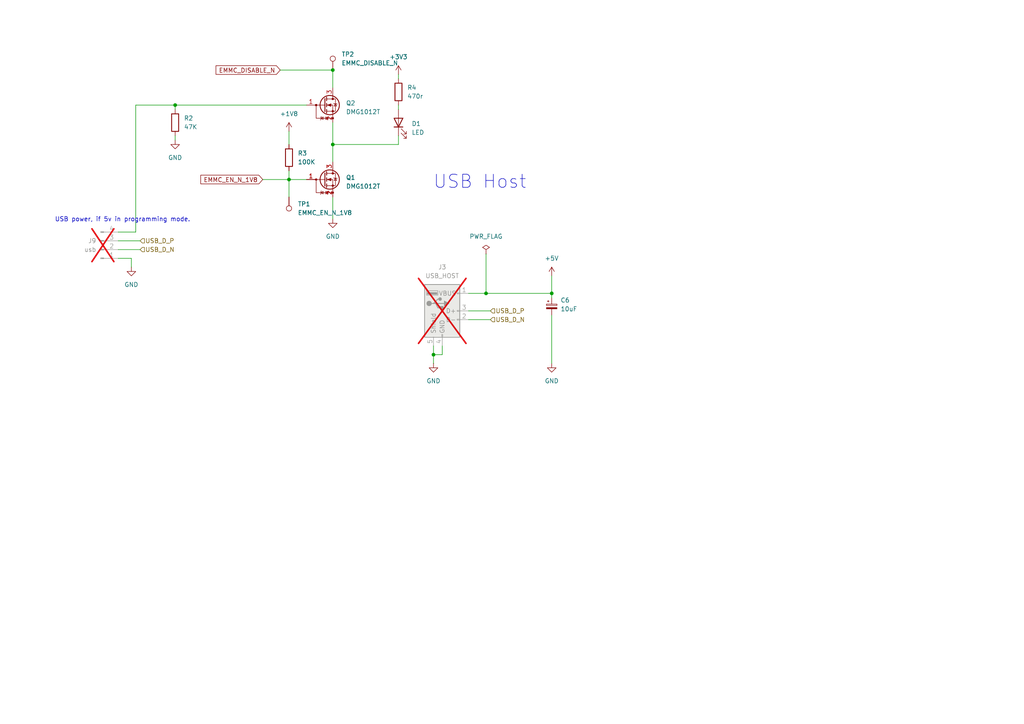
<source format=kicad_sch>
(kicad_sch (version 20231120) (generator "eeschema") (generator_version "8.0")
  (paper "A4")
  (title_block (title "Pi Compute Module 3 Minimum Viable Board") (date "2024-03-28") (rev "1") (company "Designed by: Kuro"))
  (lib_symbols
    (symbol "Connector:Conn_01x04_Pin" (pin_names (offset 1.016) hide)
      (property "Reference" "J" (at 0 5.08 0))
      (property "Value" "Conn_01x04_Pin" (at 0 -7.62 0))
      (symbol "Conn_01x04_Pin_1_1"
        (polyline (pts (xy 1.27 -5.08) (xy 0.8636 -5.08)) (stroke (width 0.1524)))
        (polyline (pts (xy 1.27 -2.54) (xy 0.8636 -2.54)) (stroke (width 0.1524)))
        (polyline (pts (xy 1.27 0) (xy 0.8636 0)) (stroke (width 0.1524)))
        (polyline (pts (xy 1.27 2.54) (xy 0.8636 2.54)) (stroke (width 0.1524)))
        (rectangle (start 0.8636 -4.953) (end 0 -5.207) (stroke (width 0.1524)) (fill (type outline)))
        (rectangle (start 0.8636 -2.413) (end 0 -2.667) (stroke (width 0.1524)) (fill (type outline)))
        (rectangle (start 0.8636 0.127) (end 0 -0.127) (stroke (width 0.1524)) (fill (type outline)))
        (rectangle (start 0.8636 2.667) (end 0 2.413) (stroke (width 0.1524)) (fill (type outline)))
        (pin passive line (at 5.08 2.54 180) (length 3.81) (name "Pin_1") (number "1"))
        (pin passive line (at 5.08 0 180) (length 3.81) (name "Pin_2") (number "2"))
        (pin passive line (at 5.08 -2.54 180) (length 3.81) (name "Pin_3") (number "3"))
        (pin passive line (at 5.08 -5.08 180) (length 3.81) (name "Pin_4") (number "4"))
      )
    )
    (symbol "Connector:TestPoint" (pin_numbers hide) (pin_names (offset 0.762) hide)
      (property "Reference" "TP" (at 0 6.858 0))
      (property "Value" "TestPoint" (at 0 5.08 0))
      (symbol "TestPoint_0_1"
        (circle (center 0 3.302) (radius 0.762))
      )
      (symbol "TestPoint_1_1"
        (pin passive line (at 0 0 90) (length 2.54) (name "1") (number "1"))
      )
    )
    (symbol "Connector:USB_A" (pin_names (offset 1.016))
      (property "Reference" "J" (at -5.08 11.43 0))
      (property "Value" "USB_A" (at -5.08 8.89 0))
      (symbol "USB_A_0_1"
        (rectangle (start -5.08 -7.62) (end 5.08 7.62) (stroke (width 0.254)) (fill (type background)))
        (circle (center -3.81 2.159) (radius 0.635) (stroke (width 0.254)) (fill (type outline)))
        (rectangle (start -1.524 4.826) (end -4.318 5.334) (fill (type outline)))
        (rectangle (start -1.27 4.572) (end -4.572 5.842))
        (circle (center -0.635 3.429) (radius 0.381) (stroke (width 0.254)) (fill (type outline)))
        (rectangle (start -0.127 -7.62) (end 0.127 -6.858))
        (polyline (pts (xy -3.175 2.159) (xy -2.54 2.159) (xy -1.27 3.429) (xy -0.635 3.429)) (stroke (width 0.254)))
        (polyline (pts (xy -2.54 2.159) (xy -1.905 2.159) (xy -1.27 0.889) (xy 0 0.889)) (stroke (width 0.254)))
        (polyline (pts (xy 0.635 2.794) (xy 0.635 1.524) (xy 1.905 2.159) (xy 0.635 2.794)) (stroke (width 0.254)) (fill (type outline)))
        (rectangle (start 0.254 1.27) (end -0.508 0.508) (stroke (width 0.254)) (fill (type outline)))
        (rectangle (start 5.08 -2.667) (end 4.318 -2.413))
        (rectangle (start 5.08 -0.127) (end 4.318 0.127))
        (rectangle (start 5.08 4.953) (end 4.318 5.207))
      )
      (symbol "USB_A_1_1"
        (polyline (pts (xy -1.905 2.159) (xy 0.635 2.159)) (stroke (width 0.254)))
        (pin power_in line (at 7.62 5.08 180) (length 2.54) (name "VBUS") (number "1"))
        (pin bidirectional line (at 7.62 -2.54 180) (length 2.54) (name "D-") (number "2"))
        (pin bidirectional line (at 7.62 0 180) (length 2.54) (name "D+") (number "3"))
        (pin power_in line (at 0 -10.16 90) (length 2.54) (name "GND") (number "4"))
        (pin passive line (at -2.54 -10.16 90) (length 2.54) (name "Shield") (number "5"))
      )
    )
    (symbol "Device:C_Polarized_Small" (pin_numbers hide) (pin_names (offset 0.254) hide)
      (property "Reference" "C" (at 0.254 1.778 0))
      (property "Value" "C_Polarized_Small" (at 0.254 -2.032 0))
      (symbol "C_Polarized_Small_0_1"
        (rectangle (start -1.524 -0.3048) (end 1.524 -0.6858) (fill (type outline)))
        (rectangle (start -1.524 0.6858) (end 1.524 0.3048))
        (polyline (pts (xy -1.27 1.524) (xy -0.762 1.524)))
        (polyline (pts (xy -1.016 1.27) (xy -1.016 1.778)))
      )
      (symbol "C_Polarized_Small_1_1"
        (pin passive line (at 0 2.54 270) (length 1.8542) (name "~") (number "1"))
        (pin passive line (at 0 -2.54 90) (length 1.8542) (name "~") (number "2"))
      )
    )
    (symbol "Device:LED" (pin_numbers hide) (pin_names (offset 1.016) hide)
      (property "Reference" "D" (at 0 2.54 0))
      (property "Value" "LED" (at 0 -2.54 0))
      (symbol "LED_0_1"
        (polyline (pts (xy -1.27 -1.27) (xy -1.27 1.27)) (stroke (width 0.254)))
        (polyline (pts (xy -1.27 0) (xy 1.27 0)))
        (polyline (pts (xy 1.27 -1.27) (xy 1.27 1.27) (xy -1.27 0) (xy 1.27 -1.27)) (stroke (width 0.254)))
        (polyline (pts (xy -3.048 -0.762) (xy -4.572 -2.286) (xy -3.81 -2.286) (xy -4.572 -2.286) (xy -4.572 -1.524)))
        (polyline (pts (xy -1.778 -0.762) (xy -3.302 -2.286) (xy -2.54 -2.286) (xy -3.302 -2.286) (xy -3.302 -1.524)))
      )
      (symbol "LED_1_1"
        (pin passive line (at -3.81 0 0) (length 2.54) (name "K") (number "1"))
        (pin passive line (at 3.81 0 180) (length 2.54) (name "A") (number "2"))
      )
    )
    (symbol "Device:R" (pin_numbers hide) (pin_names (offset 0))
      (property "Reference" "R" (at 2.032 0 90))
      (property "Value" "R" (at 0 0 90))
      (symbol "R_0_1"
        (rectangle (start -1.016 -2.54) (end 1.016 2.54) (stroke (width 0.254)))
      )
      (symbol "R_1_1"
        (pin passive line (at 0 3.81 270) (length 1.27) (name "~") (number "1"))
        (pin passive line (at 0 -3.81 90) (length 1.27) (name "~") (number "2"))
      )
    )
    (symbol "GND_1" (power) (pin_names (offset 0))
      (property "Value" "GND" (at 0 -3.81 0))
      (symbol "GND_1_0_1"
        (polyline (pts (xy 0 0) (xy 0 -1.27) (xy 1.27 -1.27) (xy 0 -2.54) (xy -1.27 -1.27) (xy 0 -1.27)))
      )
      (symbol "GND_1_1_1"
        (pin power_in line (at 0 0 270) (length 0) hide (name "GND") (number "1"))
      )
    )
    (symbol "GND_2" (power) (pin_names (offset 0))
      (property "Value" "GND" (at 0 -3.81 0))
      (symbol "GND_2_0_1"
        (polyline (pts (xy 0 0) (xy 0 -1.27) (xy 1.27 -1.27) (xy 0 -2.54) (xy -1.27 -1.27) (xy 0 -1.27)))
      )
      (symbol "GND_2_1_1"
        (pin power_in line (at 0 0 270) (length 0) hide (name "GND") (number "1"))
      )
    )
    (symbol "Transistor_FET:DMG1012T" (pin_names (offset 0) hide)
      (property "Reference" "Q" (at 5.08 1.905 0))
      (property "Value" "DMG1012T" (at 5.08 0 0))
      (symbol "DMG1012T_0_1"
        (polyline (pts (xy 2.54 -3.81) (xy -2.286 -3.81) (xy -2.286 0)))
      )
      (symbol "DMG1012T_1_1"
        (circle (center -2.286 0) (radius 0.254) (fill (type outline)))
        (polyline (pts (xy 0.254 0) (xy -2.54 0)))
        (polyline (pts (xy 0.254 1.905) (xy 0.254 -1.905)) (stroke (width 0.254)))
        (polyline (pts (xy 0.762 -1.27) (xy 0.762 -2.286)) (stroke (width 0.254)))
        (polyline (pts (xy 0.762 0.508) (xy 0.762 -0.508)) (stroke (width 0.254)))
        (polyline (pts (xy 0.762 2.286) (xy 0.762 1.27)) (stroke (width 0.254)))
        (polyline (pts (xy 2.54 2.54) (xy 2.54 1.778)))
        (polyline (pts (xy 2.54 -2.54) (xy 2.54 0) (xy 0.762 0)))
        (polyline (pts (xy -1.016 -4.318) (xy -0.889 -4.191) (xy -0.889 -3.429) (xy -0.762 -3.302)))
        (polyline (pts (xy -0.889 -3.81) (xy -0.254 -4.191) (xy -0.254 -3.429) (xy -0.889 -3.81)))
        (polyline (pts (xy 0.762 -1.778) (xy 3.302 -1.778) (xy 3.302 1.778) (xy 0.762 1.778)))
        (polyline (pts (xy 1.016 0) (xy 2.032 0.381) (xy 2.032 -0.381) (xy 1.016 0)) (fill (type outline)))
        (polyline (pts (xy 1.143 -3.81) (xy 0.508 -3.429) (xy 0.508 -4.191) (xy 1.143 -3.81)))
        (polyline (pts (xy 1.27 -3.302) (xy 1.143 -3.429) (xy 1.143 -4.191) (xy 1.016 -4.318)))
        (polyline (pts (xy 2.794 0.508) (xy 2.921 0.381) (xy 3.683 0.381) (xy 3.81 0.254)))
        (polyline (pts (xy 3.302 0.381) (xy 2.921 -0.254) (xy 3.683 -0.254) (xy 3.302 0.381)))
        (circle (center 1.651 0) (radius 2.794) (stroke (width 0.254)))
        (circle (center 2.54 -3.81) (radius 0.254) (fill (type outline)))
        (circle (center 2.54 -1.778) (radius 0.254) (fill (type outline)))
        (circle (center 2.54 1.778) (radius 0.254) (fill (type outline)))
        (pin input line (at -5.08 0 0) (length 2.54) (name "G") (number "1"))
        (pin passive line (at 2.54 -5.08 90) (length 2.54) (name "S") (number "2"))
        (pin passive line (at 2.54 5.08 270) (length 2.54) (name "D") (number "3"))
      )
    )
    (symbol "power:+1V8" (power) (pin_names (offset 0))
      (property "Value" "+1V8" (at 0 3.556 0))
      (symbol "+1V8_0_1"
        (polyline (pts (xy -0.762 1.27) (xy 0 2.54)))
        (polyline (pts (xy 0 0) (xy 0 2.54)))
        (polyline (pts (xy 0 2.54) (xy 0.762 1.27)))
      )
      (symbol "+1V8_1_1"
        (pin power_in line (at 0 0 90) (length 0) hide (name "+1V8") (number "1"))
      )
    )
    (symbol "power:+3V3" (power) (pin_names (offset 0))
      (property "Value" "+3V3" (at 0 3.556 0))
      (symbol "+3V3_0_1"
        (polyline (pts (xy -0.762 1.27) (xy 0 2.54)))
        (polyline (pts (xy 0 0) (xy 0 2.54)))
        (polyline (pts (xy 0 2.54) (xy 0.762 1.27)))
      )
      (symbol "+3V3_1_1"
        (pin power_in line (at 0 0 90) (length 0) hide (name "+3V3") (number "1"))
      )
    )
    (symbol "power:+5V" (power) (pin_numbers hide) (pin_names (offset 0) hide)
      (property "Value" "+5V" (at 0 3.556 0))
      (symbol "+5V_0_1"
        (polyline (pts (xy -0.762 1.27) (xy 0 2.54)))
        (polyline (pts (xy 0 0) (xy 0 2.54)))
        (polyline (pts (xy 0 2.54) (xy 0.762 1.27)))
      )
      (symbol "+5V_1_1"
        (pin power_in line (at 0 0 90) (length 0) (name "~") (number "1"))
      )
    )
    (symbol "power:GND" (power) (pin_numbers hide) (pin_names (offset 0) hide)
      (property "Value" "GND" (at 0 -3.81 0))
      (symbol "GND_0_1"
        (polyline (pts (xy 0 0) (xy 0 -1.27) (xy 1.27 -1.27) (xy 0 -2.54) (xy -1.27 -1.27) (xy 0 -1.27)))
      )
      (symbol "GND_1_1"
        (pin power_in line (at 0 0 270) (length 0) (name "~") (number "1"))
      )
    )
    (symbol "power:PWR_FLAG" (power) (pin_numbers hide) (pin_names (offset 0) hide)
      (property "Value" "PWR_FLAG" (at 0 3.81 0))
      (symbol "PWR_FLAG_0_0"
        (pin power_out line (at 0 0 90) (length 0) (name "~") (number "1"))
      )
      (symbol "PWR_FLAG_0_1"
        (polyline (pts (xy 0 0) (xy 0 1.27) (xy -1.016 1.905) (xy 0 2.54) (xy 1.016 1.905) (xy 0 1.27)))
      )
    )
  )
  (junction (at 96.52 20.32))
  (junction (at 160.02 85.09))
  (junction (at 125.73 102.87))
  (junction (at 83.82 52.07))
  (junction (at 96.52 41.91))
  (junction (at 50.8 30.48))
  (junction (at 140.97 85.09))
  (wire (pts (xy 125.73 102.87) (xy 125.73 105.41)))
  (wire (pts (xy 50.8 30.48) (xy 50.8 31.75)))
  (wire (pts (xy 160.02 85.09) (xy 160.02 86.36)))
  (wire (pts (xy 34.29 72.39) (xy 40.64 72.39)))
  (wire (pts (xy 83.82 52.07) (xy 83.82 57.15)))
  (wire (pts (xy 128.27 100.33) (xy 128.27 102.87)))
  (wire (pts (xy 50.8 30.48) (xy 88.9 30.48)))
  (wire (pts (xy 50.8 39.37) (xy 50.8 40.64)))
  (wire (pts (xy 96.52 41.91) (xy 96.52 46.99)))
  (wire (pts (xy 38.1 74.93) (xy 38.1 77.47)))
  (wire (pts (xy 115.57 30.48) (xy 115.57 31.75)))
  (wire (pts (xy 160.02 91.44) (xy 160.02 105.41)))
  (wire (pts (xy 81.28 20.32) (xy 96.52 20.32)))
  (wire (pts (xy 50.8 30.48) (xy 39.37 30.48)))
  (wire (pts (xy 83.82 49.53) (xy 83.82 52.07)))
  (wire (pts (xy 96.52 57.15) (xy 96.52 63.5)))
  (wire (pts (xy 83.82 52.07) (xy 88.9 52.07)))
  (wire (pts (xy 160.02 80.01) (xy 160.02 85.09)))
  (wire (pts (xy 135.89 92.71) (xy 142.24 92.71)))
  (wire (pts (xy 140.97 85.09) (xy 160.02 85.09)))
  (wire (pts (xy 96.52 25.4) (xy 96.52 20.32)))
  (wire (pts (xy 39.37 30.48) (xy 39.37 67.31)))
  (wire (pts (xy 115.57 21.59) (xy 115.57 22.86)))
  (wire (pts (xy 83.82 38.1) (xy 83.82 41.91)))
  (wire (pts (xy 140.97 85.09) (xy 135.89 85.09)))
  (wire (pts (xy 135.89 90.17) (xy 142.24 90.17)))
  (wire (pts (xy 96.52 35.56) (xy 96.52 41.91)))
  (wire (pts (xy 96.52 41.91) (xy 115.57 41.91)))
  (wire (pts (xy 125.73 100.33) (xy 125.73 102.87)))
  (wire (pts (xy 34.29 67.31) (xy 39.37 67.31)))
  (wire (pts (xy 34.29 69.85) (xy 40.64 69.85)))
  (wire (pts (xy 76.2 52.07) (xy 83.82 52.07)))
  (wire (pts (xy 140.97 73.66) (xy 140.97 85.09)))
  (wire (pts (xy 128.27 102.87) (xy 125.73 102.87)))
  (wire (pts (xy 34.29 74.93) (xy 38.1 74.93)))
  (wire (pts (xy 115.57 39.37) (xy 115.57 41.91)))
  (text "USB power, if 5v in programming mode." (at 35.56 63.754 0) (effects (font (size 1.27 1.27))))
  (text "USB Host" (at 139.192 52.832 0) (effects (font (size 3.81 3.81))))
  (global_label "EMMC_EN_N_1V8" (shape input) (at 76.2 52.07 180) (property "Intersheetrefs" "${INTERSHEET_REFS}" (effects (hide yes))))
  (global_label "EMMC_DISABLE_N" (shape input) (at 81.28 20.32 180) (property "Intersheetrefs" "${INTERSHEET_REFS}" (effects (hide yes))))
  (hierarchical_label "USB_D_N" (shape input) (at 40.64 72.39 0))
  (hierarchical_label "USB_D_N" (shape input) (at 142.24 92.71 0))
  (hierarchical_label "USB_D_P" (shape input) (at 40.64 69.85 0))
  (hierarchical_label "USB_D_P" (shape input) (at 142.24 90.17 0))
  (symbol (lib_name "GND_2") (lib_id "power:GND") (at 96.52 63.5 0) (unit 1)
    (property "Reference" "#PWR070" (effects (hide yes)))
    (property "Value" "GND" (at 96.52 68.58 0))
    (property "Description" "Power symbol creates a global label with name \"GND\" , ground" (effects (hide yes)))
  )
  (symbol (lib_id "Connector:TestPoint") (at 96.52 20.32 0) (unit 1)
    (property "Reference" "TP2" (at 99.06 15.7479 0) (effects (justify left)))
    (property "Value" "EMMC_DISABLE_N" (at 99.06 18.2879 0) (effects (justify left)))
    (property "Footprint" "TestPoint:TestPoint_Pad_1.0x1.0mm" (effects (hide yes)))
    (property "Description" "test point" (effects (hide yes)))
  )
  (symbol (lib_id "Device:R") (at 50.8 35.56 0) (unit 1)
    (property "Reference" "R2" (at 53.34 34.2899 0) (effects (justify left)))
    (property "Value" "47K" (at 53.34 36.8299 0) (effects (justify left)))
    (property "Footprint" "Resistor_SMD:R_0805_2012Metric" (effects (hide yes)))
    (property "Description" "Resistor" (effects (hide yes)))
  )
  (symbol (lib_id "power:+1V8") (at 83.82 38.1 0) (unit 1)
    (property "Reference" "#PWR068" (effects (hide yes)))
    (property "Value" "+1V8" (at 83.82 33.02 0))
    (property "Description" "Power symbol creates a global label with name \"+1V8\"" (effects (hide yes)))
  )
  (symbol (lib_id "Transistor_FET:DMG1012T") (at 93.98 30.48 0) (unit 1)
    (property "Reference" "Q2" (at 100.33 29.9084 0) (effects (justify left)))
    (property "Value" "DMG1012T" (at 100.33 32.4484 0) (effects (justify left)))
    (property "Footprint" "Package_TO_SOT_SMD:SOT-523" (effects (hide yes)))
    (property "Datasheet" "https://www.diodes.com/assets/Datasheets/ds31783.pdf" (effects (hide yes)))
    (property "Description" "20V Vds, 0.63 Id, N-Channel MOSFET with ESD protection, SOT-523" (effects (hide yes)))
  )
  (symbol (lib_id "Device:R") (at 83.82 45.72 0) (unit 1)
    (property "Reference" "R3" (at 86.36 44.4499 0) (effects (justify left)))
    (property "Value" "100K" (at 86.36 46.9899 0) (effects (justify left)))
    (property "Footprint" "Resistor_SMD:R_0805_2012Metric" (effects (hide yes)))
    (property "Description" "Resistor" (effects (hide yes)))
  )
  (symbol (lib_id "Connector:USB_A") (at 128.27 90.17 0) (unit 1) (in_bom no) (on_board no) (dnp yes)
    (property "Reference" "J3" (at 128.27 77.47 0))
    (property "Value" "USB_HOST" (at 128.27 80.01 0))
    (property "Datasheet" " ~" (effects (hide yes)))
    (property "Description" "USB Type A connector" (effects (hide yes)))
  )
  (symbol (lib_id "Device:R") (at 115.57 26.67 0) (unit 1)
    (property "Reference" "R4" (at 118.11 25.3999 0) (effects (justify left)))
    (property "Value" "470r" (at 118.11 27.9399 0) (effects (justify left)))
    (property "Footprint" "Resistor_SMD:R_0805_2012Metric" (effects (hide yes)))
    (property "Description" "Resistor" (effects (hide yes)))
  )
  (symbol (lib_id "power:GND") (at 125.73 105.41 0) (unit 1)
    (property "Reference" "#PWR017" (effects (hide yes)))
    (property "Value" "GND" (at 125.73 110.49 0))
    (property "Description" "Power symbol creates a global label with name \"GND\" , ground" (effects (hide yes)))
  )
  (symbol (lib_id "power:GND") (at 160.02 105.41 0) (unit 1)
    (property "Reference" "#PWR035" (effects (hide yes)))
    (property "Value" "GND" (at 160.02 110.49 0))
    (property "Description" "Power symbol creates a global label with name \"GND\" , ground" (effects (hide yes)))
  )
  (symbol (lib_id "Connector:TestPoint") (at 83.82 57.15 180) (unit 1) (in_bom no)
    (property "Reference" "TP1" (at 86.36 59.1819 0) (effects (justify right)))
    (property "Value" "EMMC_EN_N_1V8" (at 86.36 61.7219 0) (effects (justify right)))
    (property "Footprint" "TestPoint:TestPoint_Pad_1.0x1.0mm" (effects (hide yes)))
    (property "Description" "test point" (effects (hide yes)))
  )
  (symbol (lib_id "Device:LED") (at 115.57 35.56 90) (unit 1)
    (property "Reference" "D1" (at 119.38 35.8774 90) (effects (justify right)))
    (property "Value" "LED" (at 119.38 38.4174 90) (effects (justify right)))
    (property "Footprint" "LED_SMD:LED_0805_2012Metric" (effects (hide yes)))
    (property "Description" "Light emitting diode" (effects (hide yes)))
  )
  (symbol (lib_id "power:+5V") (at 160.02 80.01 0) (unit 1)
    (property "Reference" "#PWR034" (effects (hide yes)))
    (property "Value" "+5V" (at 160.02 74.93 0))
    (property "Description" "Power symbol creates a global label with name \"+5V\"" (effects (hide yes)))
  )
  (symbol (lib_id "Transistor_FET:DMG1012T") (at 93.98 52.07 0) (unit 1)
    (property "Reference" "Q1" (at 100.33 51.4984 0) (effects (justify left)))
    (property "Value" "DMG1012T" (at 100.33 54.0384 0) (effects (justify left)))
    (property "Footprint" "Package_TO_SOT_SMD:SOT-523" (effects (hide yes)))
    (property "Datasheet" "https://www.diodes.com/assets/Datasheets/ds31783.pdf" (effects (hide yes)))
    (property "Description" "20V Vds, 0.63 Id, N-Channel MOSFET with ESD protection, SOT-523" (effects (hide yes)))
  )
  (symbol (lib_id "Device:C_Polarized_Small") (at 160.02 88.9 0) (unit 1)
    (property "Reference" "C6" (at 162.56 87.0838 0) (effects (justify left)))
    (property "Value" "10uF" (at 162.56 89.6238 0) (effects (justify left)))
    (property "Footprint" "Capacitor_SMD:C_0805_2012Metric" (effects (hide yes)))
    (property "Description" "Polarized capacitor, small symbol" (effects (hide yes)))
  )
  (symbol (lib_id "power:GND") (at 38.1 77.47 0) (unit 1)
    (property "Reference" "#PWR067" (effects (hide yes)))
    (property "Value" "GND" (at 38.1 82.55 0))
    (property "Description" "Power symbol creates a global label with name \"GND\" , ground" (effects (hide yes)))
  )
  (symbol (lib_name "GND_1") (lib_id "power:GND") (at 50.8 40.64 0) (unit 1)
    (property "Reference" "#PWR066" (effects (hide yes)))
    (property "Value" "GND" (at 50.8 45.72 0))
    (property "Description" "Power symbol creates a global label with name \"GND\" , ground" (effects (hide yes)))
  )
  (symbol (lib_id "power:PWR_FLAG") (at 140.97 73.66 0) (unit 1)
    (property "Reference" "#FLG03" (effects (hide yes)))
    (property "Value" "PWR_FLAG" (at 140.97 68.58 0))
    (property "Description" "Special symbol for telling ERC where power comes from" (effects (hide yes)))
  )
  (symbol (lib_id "power:+3V3") (at 115.57 21.59 0) (unit 1)
    (property "Reference" "#PWR069" (effects (hide yes)))
    (property "Value" "+3V3" (at 115.57 16.51 0))
    (property "Description" "Power symbol creates a global label with name \"+3V3\"" (effects (hide yes)))
  )
  (symbol (lib_id "Connector:Conn_01x04_Pin") (at 29.21 72.39 0) (mirror x) (unit 1) (in_bom no) (dnp yes)
    (property "Reference" "J9" (at 27.94 69.8499 0) (effects (justify right)))
    (property "Value" "usb" (at 27.94 72.3899 0) (effects (justify right)))
    (property "Footprint" "Connector_PinSocket_2.54mm:PinSocket_1x04_P2.54mm_Vertical" (effects (hide yes)))
    (property "Description" "Generic connector, single row, 01x04, script generated" (effects (hide yes)))
  )
)
</source>
